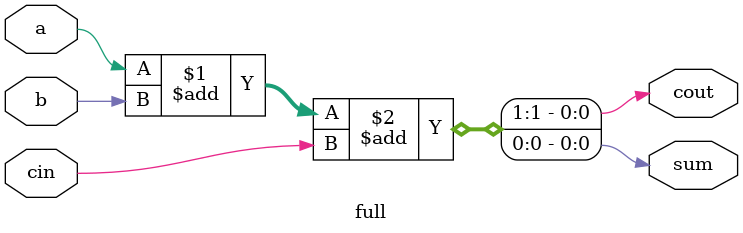
<source format=v>
module top_module ( 
    input [15:0] a, b,
    input cin,
    output cout,
    output [15:0] sum );
    wire c1,c2,c3;
    bcd_fadd f0(.a(a[3:0]),.b(b[3:0]),.cin(cin),.cout(c1),.sum(sum[3:0]));
    bcd_fadd f1(.a(a[7:4]),.b(b[7:4]),.cin(c1),.cout(c2),.sum(sum[7:4]));
    bcd_fadd f2(.a(a[11:8]),.b(b[11:8]),.cin(c2),.cout(c3),.sum(sum[11:8]));
    bcd_fadd f3(.a(a[15:12]),.b(b[15:12]),.cin(c3),.cout(cout),.sum(sum[15:12]));

endmodule
module full(input a,b,cin,output cout, sum);
    assign {cout,sum}=a+b+cin;
endmodule

</source>
